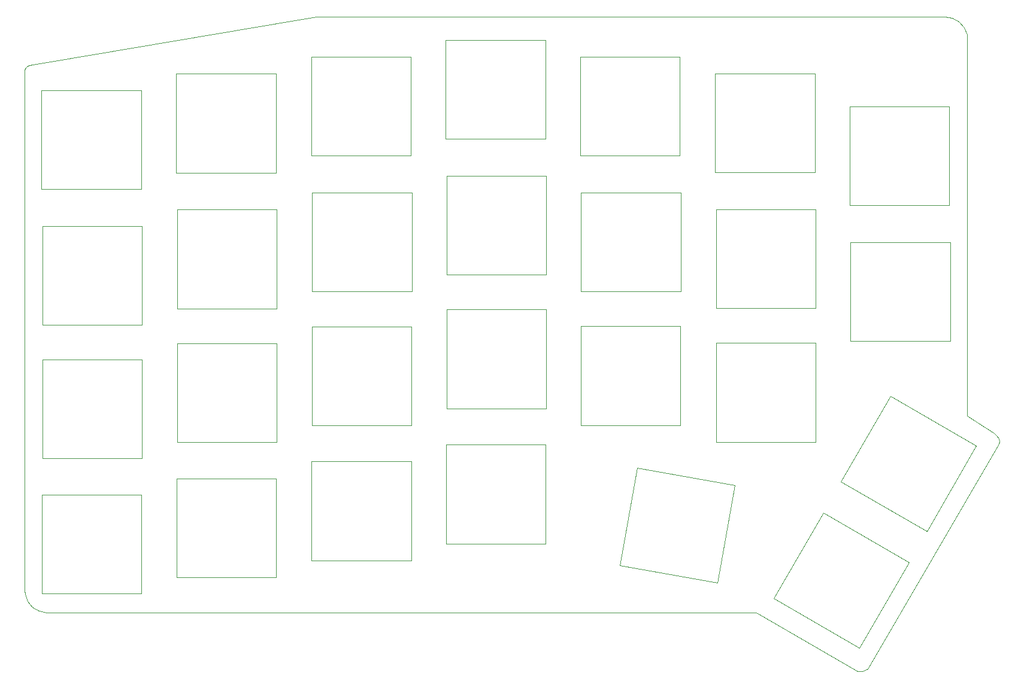
<source format=gbr>
G04 #@! TF.GenerationSoftware,KiCad,Pcbnew,(5.0.0)*
G04 #@! TF.CreationDate,2019-11-10T17:34:30-06:00*
G04 #@! TF.ProjectId,Top Plate,546F7020506C6174652E6B696361645F,rev?*
G04 #@! TF.SameCoordinates,Original*
G04 #@! TF.FileFunction,Profile,NP*
%FSLAX46Y46*%
G04 Gerber Fmt 4.6, Leading zero omitted, Abs format (unit mm)*
G04 Created by KiCad (PCBNEW (5.0.0)) date 11/10/19 17:34:30*
%MOMM*%
%LPD*%
G01*
G04 APERTURE LIST*
%ADD10C,0.100000*%
G04 APERTURE END LIST*
D10*
X187887800Y-116640620D02*
X180887800Y-128764620D01*
X200011800Y-123639720D02*
X187887800Y-116640620D01*
X202536800Y-119267220D02*
X209536800Y-107141820D01*
X190412800Y-112268120D02*
X202536800Y-119267220D01*
X180887800Y-128764620D02*
X193011800Y-135765050D01*
X197412800Y-100142620D02*
X190412800Y-112268120D01*
X209536800Y-107141820D02*
X197412800Y-100142620D01*
X193011800Y-135765050D02*
X200011800Y-123639720D01*
X161579380Y-110324780D02*
X159148380Y-124112090D01*
X172934280Y-126542940D02*
X175366680Y-112755680D01*
X159148380Y-124112090D02*
X172934280Y-126542940D01*
X175366680Y-112755680D02*
X161579380Y-110324780D01*
X167619440Y-66090800D02*
X167619440Y-52092660D01*
X167619440Y-52092660D02*
X153520140Y-52092660D01*
X153520140Y-52092660D02*
X153520140Y-66090800D01*
X167736280Y-85313520D02*
X167736280Y-71315380D01*
X153636980Y-71315380D02*
X153636980Y-85313520D01*
X167736280Y-71315380D02*
X153636980Y-71315380D01*
X153520140Y-66090800D02*
X167619440Y-66090800D01*
X153636980Y-85313520D02*
X167736280Y-85313520D01*
X153629360Y-90238380D02*
X153629360Y-104236520D01*
X153629360Y-104236520D02*
X167728660Y-104236520D01*
X167728660Y-104236520D02*
X167728660Y-90238380D01*
X167728660Y-90238380D02*
X153629360Y-90238380D01*
X205734680Y-73152000D02*
X205734680Y-59153860D01*
X191752220Y-78376580D02*
X191752220Y-92374720D01*
X205851520Y-92374720D02*
X205851520Y-78376580D01*
X191635380Y-73152000D02*
X205734680Y-73152000D01*
X205851520Y-78376580D02*
X191752220Y-78376580D01*
X205734680Y-59153860D02*
X191635380Y-59153860D01*
X191635380Y-59153860D02*
X191635380Y-73152000D01*
X191752220Y-92374720D02*
X205851520Y-92374720D01*
X186834540Y-106608880D02*
X186834540Y-92610740D01*
X172735240Y-106608880D02*
X186834540Y-106608880D01*
X172735240Y-92610740D02*
X172735240Y-106608880D01*
X186834540Y-92610740D02*
X172735240Y-92610740D01*
X172742860Y-87685880D02*
X186842160Y-87685880D01*
X172742860Y-73687740D02*
X172742860Y-87685880D01*
X186842160Y-73687740D02*
X172742860Y-73687740D01*
X186842160Y-87685880D02*
X186842160Y-73687740D01*
X172626020Y-68463160D02*
X186725320Y-68463160D01*
X186725320Y-68463160D02*
X186725320Y-54465020D01*
X186725320Y-54465020D02*
X172626020Y-54465020D01*
X172626020Y-54465020D02*
X172626020Y-68463160D01*
X115641120Y-85336380D02*
X129740420Y-85336380D01*
X129740420Y-71338240D02*
X115641120Y-71338240D01*
X115641120Y-71338240D02*
X115641120Y-85336380D01*
X96542860Y-87729060D02*
X110642160Y-87729060D01*
X110642160Y-73730920D02*
X96542860Y-73730920D01*
X96542860Y-73730920D02*
X96542860Y-87729060D01*
X110642160Y-87729060D02*
X110642160Y-73730920D01*
X91602520Y-90037920D02*
X91602520Y-76039780D01*
X91602520Y-76039780D02*
X77502970Y-76039780D01*
X77502970Y-90037920D02*
X91602520Y-90037920D01*
X77502970Y-76039780D02*
X77502970Y-90037920D01*
X129740420Y-85336380D02*
X129740420Y-71338240D01*
X134645400Y-68960800D02*
X134645400Y-82958940D01*
X148744700Y-68960800D02*
X134645400Y-68960800D01*
X134645400Y-82958940D02*
X148744700Y-82958940D01*
X148744700Y-82958940D02*
X148744700Y-68960800D01*
X96535240Y-106652060D02*
X110634540Y-106652060D01*
X110634540Y-92653920D02*
X96535240Y-92653920D01*
X96535240Y-92653920D02*
X96535240Y-106652060D01*
X129632800Y-104259380D02*
X129632800Y-90261240D01*
X115633500Y-90261240D02*
X115633500Y-104259380D01*
X129632800Y-90261240D02*
X115633500Y-90261240D01*
X115633500Y-104259380D02*
X129632800Y-104259380D01*
X110634540Y-106652060D02*
X110634540Y-92653920D01*
X77495350Y-108960920D02*
X91594900Y-108960920D01*
X91594900Y-94962780D02*
X77495350Y-94962780D01*
X91594900Y-108960920D02*
X91594900Y-94962780D01*
X77495350Y-94962780D02*
X77495350Y-108960920D01*
X134637780Y-87883800D02*
X134637780Y-101881940D01*
X148737080Y-101881940D02*
X148737080Y-87883800D01*
X148737080Y-87883800D02*
X134637780Y-87883800D01*
X134637780Y-101881940D02*
X148737080Y-101881940D01*
X115524280Y-52115520D02*
X115524280Y-66113660D01*
X129623580Y-52115520D02*
X115524280Y-52115520D01*
X134528560Y-49738080D02*
X134528560Y-63736220D01*
X134528560Y-63736220D02*
X148627860Y-63736220D01*
X148627860Y-49738080D02*
X134528560Y-49738080D01*
X115524280Y-66113660D02*
X129623580Y-66113660D01*
X129623580Y-66113660D02*
X129623580Y-52115520D01*
X148627860Y-63736220D02*
X148627860Y-49738080D01*
X96426020Y-54508200D02*
X96426020Y-68506340D01*
X77386130Y-56817060D02*
X77386130Y-70815200D01*
X91485680Y-56817060D02*
X77386130Y-56817060D01*
X91485680Y-70815200D02*
X91485680Y-56817060D01*
X77386130Y-70815200D02*
X91485680Y-70815200D01*
X110525320Y-68506340D02*
X110525320Y-54508200D01*
X110525320Y-54508200D02*
X96426020Y-54508200D01*
X96426020Y-68506340D02*
X110525320Y-68506340D01*
X148671040Y-121008140D02*
X148671040Y-107010000D01*
X148671040Y-107010000D02*
X134571740Y-107010000D01*
X134571740Y-121008140D02*
X148671040Y-121008140D01*
X134571740Y-107010000D02*
X134571740Y-121008140D01*
X96469200Y-125778260D02*
X110568500Y-125778260D01*
X110568500Y-125778260D02*
X110568500Y-111780120D01*
X110568500Y-111780120D02*
X96469200Y-111780120D01*
X96469200Y-111780120D02*
X96469200Y-125778260D01*
X77429310Y-114088980D02*
X77429310Y-128087120D01*
X91528860Y-128087120D02*
X91528860Y-114088980D01*
X77429310Y-128087120D02*
X91528860Y-128087120D01*
X91528860Y-114088980D02*
X77429310Y-114088980D01*
X129666760Y-123385580D02*
X129666760Y-109387440D01*
X129666760Y-109387440D02*
X115567460Y-109387440D01*
X115567460Y-109387440D02*
X115567460Y-123385580D01*
X115567460Y-123385580D02*
X129666760Y-123385580D01*
X212800000Y-106590000D02*
X212760000Y-106920000D01*
X212690000Y-106150000D02*
X212800000Y-106590000D01*
X212430000Y-105750000D02*
X212690000Y-106150000D01*
X212090000Y-105359200D02*
X212430000Y-105750000D01*
X208210000Y-48980000D02*
X207790000Y-47980000D01*
X75290000Y-53490000D02*
X75630000Y-53300000D01*
X208221000Y-102916000D02*
X208215000Y-102906000D01*
X205098000Y-46430000D02*
X132080000Y-46430000D01*
X208222000Y-102917000D02*
X208221000Y-102916000D01*
X208205000Y-102870000D02*
X208205000Y-95250000D01*
X193427000Y-139053000D02*
X194051000Y-138806000D01*
X178448000Y-130736000D02*
X178454000Y-130738000D01*
X132080000Y-46430000D02*
X116211000Y-46430000D01*
X134620000Y-130735000D02*
X156210000Y-130735000D01*
X208210000Y-102896000D02*
X208209000Y-102894000D01*
X178461000Y-130740000D02*
X178466000Y-130743000D01*
X194051000Y-138806000D02*
X194175000Y-138696000D01*
X178435000Y-130735000D02*
X178442000Y-130736000D01*
X76113100Y-130009000D02*
X77045100Y-130547000D01*
X194175000Y-138696000D02*
X212759000Y-106924000D01*
X208205000Y-95250000D02*
X208205000Y-48980900D01*
X208209000Y-102893000D02*
X208207000Y-102882000D01*
X192757000Y-139071000D02*
X193427000Y-139053000D01*
X178442000Y-130736000D02*
X178448000Y-130736000D01*
X178454000Y-130738000D02*
X178461000Y-130740000D01*
X208215000Y-102906000D02*
X208210000Y-102896000D01*
X99060000Y-130735000D02*
X134620000Y-130735000D01*
X178466000Y-130743000D02*
X178473000Y-130745000D01*
X116211000Y-46430000D02*
X75627000Y-53298100D01*
X208240000Y-102934000D02*
X208232000Y-102926000D01*
X212090000Y-105359200D02*
X208240000Y-102934000D01*
X206165000Y-46618000D02*
X205098000Y-46430000D01*
X208207000Y-102882000D02*
X208205000Y-102870000D01*
X78111600Y-130735000D02*
X99060000Y-130735000D01*
X207097000Y-47156100D02*
X206165000Y-46618000D01*
X192731000Y-139062000D02*
X192757000Y-139071000D01*
X156210000Y-130735000D02*
X178435000Y-130735000D01*
X207789000Y-47980900D02*
X207097000Y-47156100D01*
X208223000Y-102918000D02*
X208222000Y-102917000D01*
X77045100Y-130547000D02*
X78111600Y-130735000D01*
X208209000Y-102894000D02*
X208209000Y-102893000D01*
X208232000Y-102926000D02*
X208223000Y-102918000D01*
X178473000Y-130745000D02*
X192731000Y-139062000D01*
X75421300Y-129184000D02*
X76113100Y-130009000D01*
X75005000Y-127632000D02*
X75052100Y-128170000D01*
X75285600Y-53491000D02*
X75136900Y-53615800D01*
X75039900Y-53783900D02*
X75005000Y-53981600D01*
X75052100Y-128170000D02*
X75421300Y-129184000D01*
X75005000Y-53981600D02*
X75005000Y-127632000D01*
X75136900Y-53615800D02*
X75039900Y-53783900D01*
M02*

</source>
